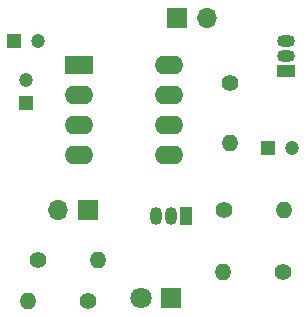
<source format=gbr>
%TF.GenerationSoftware,KiCad,Pcbnew,(5.1.12)-1*%
%TF.CreationDate,2023-08-17T22:23:25+05:30*%
%TF.ProjectId,clap switch,636c6170-2073-4776-9974-63682e6b6963,rev?*%
%TF.SameCoordinates,Original*%
%TF.FileFunction,Soldermask,Bot*%
%TF.FilePolarity,Negative*%
%FSLAX46Y46*%
G04 Gerber Fmt 4.6, Leading zero omitted, Abs format (unit mm)*
G04 Created by KiCad (PCBNEW (5.1.12)-1) date 2023-08-17 22:23:25*
%MOMM*%
%LPD*%
G01*
G04 APERTURE LIST*
%ADD10O,2.400000X1.600000*%
%ADD11R,2.400000X1.600000*%
%ADD12C,1.800000*%
%ADD13R,1.800000X1.800000*%
%ADD14O,1.700000X1.700000*%
%ADD15R,1.700000X1.700000*%
%ADD16R,1.500000X1.050000*%
%ADD17O,1.500000X1.050000*%
%ADD18O,1.400000X1.400000*%
%ADD19C,1.400000*%
%ADD20R,1.050000X1.500000*%
%ADD21O,1.050000X1.500000*%
%ADD22C,1.200000*%
%ADD23R,1.200000X1.200000*%
G04 APERTURE END LIST*
D10*
%TO.C,U1*%
X159120000Y-79750000D03*
X151500000Y-87370000D03*
X159120000Y-82290000D03*
X151500000Y-84830000D03*
X159120000Y-84830000D03*
X151500000Y-82290000D03*
X159120000Y-87370000D03*
D11*
X151500000Y-79750000D03*
%TD*%
D12*
%TO.C,D1*%
X156710000Y-99500000D03*
D13*
X159250000Y-99500000D03*
%TD*%
D14*
%TO.C,MK1*%
X149710000Y-92000000D03*
D15*
X152250000Y-92000000D03*
%TD*%
D14*
%TO.C,6V1*%
X162290000Y-75750000D03*
D15*
X159750000Y-75750000D03*
%TD*%
D16*
%TO.C,Q2*%
X169000000Y-80250000D03*
D17*
X169000000Y-77710000D03*
X169000000Y-78980000D03*
%TD*%
D18*
%TO.C,R5*%
X163670000Y-97250000D03*
D19*
X168750000Y-97250000D03*
%TD*%
D18*
%TO.C,R4*%
X164250000Y-86330000D03*
D19*
X164250000Y-81250000D03*
%TD*%
D18*
%TO.C,R3*%
X168830000Y-92000000D03*
D19*
X163750000Y-92000000D03*
%TD*%
D18*
%TO.C,R2*%
X147170000Y-99750000D03*
D19*
X152250000Y-99750000D03*
%TD*%
D18*
%TO.C,R1*%
X153080000Y-96250000D03*
D19*
X148000000Y-96250000D03*
%TD*%
D20*
%TO.C,Q1*%
X160500000Y-92500000D03*
D21*
X157960000Y-92500000D03*
X159230000Y-92500000D03*
%TD*%
D22*
%TO.C,C3*%
X169500000Y-86750000D03*
D23*
X167500000Y-86750000D03*
%TD*%
D22*
%TO.C,C2*%
X147000000Y-81000000D03*
D23*
X147000000Y-83000000D03*
%TD*%
D22*
%TO.C,C1*%
X148000000Y-77750000D03*
D23*
X146000000Y-77750000D03*
%TD*%
M02*

</source>
